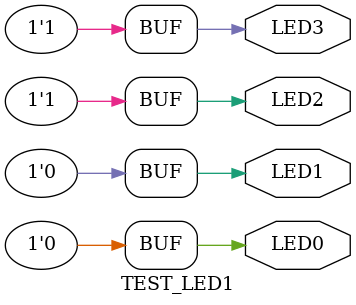
<source format=v>
module TEST_LED1 (
	output wire LED0,
	output wire LED1,
	output wire LED2,
	output wire LED3
);

assign LED0 = 1'b0;
assign LED1 = 1'b0;
assign LED2 = 1'b1;
assign LED3 = 1'b1;

endmodule
</source>
